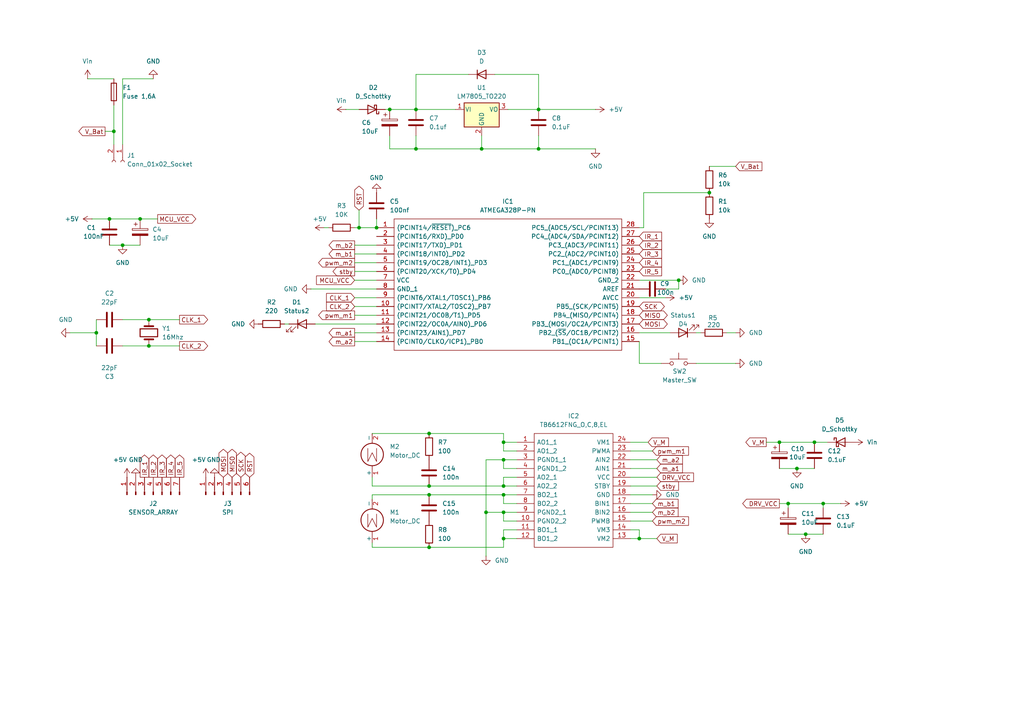
<source format=kicad_sch>
(kicad_sch (version 20231120) (generator "eeschema") (generator_version "8.0")
  (paper "A4")
  (lib_symbols
    (symbol "ATMEGA328P-PN:ATMEGA328P-PN" (pin_names (offset 0.762))
      (property "Reference" "IC" (at 72.39 7.62 0))
      (property "Value" "ATMEGA328P-PN" (at 72.39 5.08 0))
      (symbol "ATMEGA328P-PN_0_0"
        (pin passive line (at 0 0 0) (length 5.08) (name "(PCINT14/~{RESET})_PC6") (number "1"))
        (pin passive line (at 0 -22.86 0) (length 5.08) (name "(PCINT7/XTAL2/TOSC2)_PB7") (number "10"))
        (pin passive line (at 0 -25.4 0) (length 5.08) (name "(PCINT21/OC0B/T1)_PD5") (number "11"))
        (pin passive line (at 0 -27.94 0) (length 5.08) (name "(PCINT22/OC0A/AIN0)_PD6") (number "12"))
        (pin passive line (at 0 -30.48 0) (length 5.08) (name "(PCINT23/AIN1)_PD7") (number "13"))
        (pin passive line (at 0 -33.02 0) (length 5.08) (name "(PCINT0/CLKO/ICP1)_PB0") (number "14"))
        (pin passive line (at 76.2 -33.02 180) (length 5.08) (name "PB1_(OC1A/PCINT1)") (number "15"))
        (pin passive line (at 76.2 -30.48 180) (length 5.08) (name "PB2_(~{SS}/OC1B/PCINT2)") (number "16"))
        (pin passive line (at 76.2 -27.94 180) (length 5.08) (name "PB3_(MOSI/OC2A/PCINT3)") (number "17"))
        (pin passive line (at 76.2 -25.4 180) (length 5.08) (name "PB4_(MISO/PCINT4)") (number "18"))
        (pin passive line (at 76.2 -22.86 180) (length 5.08) (name "PB5_(SCK/PCINT5)") (number "19"))
        (pin passive line (at 0 -2.54 0) (length 5.08) (name "(PCINT16/RXD)_PD0") (number "2"))
        (pin passive line (at 76.2 -20.32 180) (length 5.08) (name "AVCC") (number "20"))
        (pin passive line (at 76.2 -17.78 180) (length 5.08) (name "AREF") (number "21"))
        (pin passive line (at 76.2 -15.24 180) (length 5.08) (name "GND_2") (number "22"))
        (pin passive line (at 76.2 -12.7 180) (length 5.08) (name "PC0_(ADC0/PCINT8)") (number "23"))
        (pin passive line (at 76.2 -10.16 180) (length 5.08) (name "PC1_(ADC1/PCINT9)") (number "24"))
        (pin passive line (at 76.2 -7.62 180) (length 5.08) (name "PC2_(ADC2/PCINT10)") (number "25"))
        (pin passive line (at 76.2 -5.08 180) (length 5.08) (name "PC3_(ADC3/PCINT11)") (number "26"))
        (pin passive line (at 76.2 -2.54 180) (length 5.08) (name "PC4_(ADC4/SDA/PCINT12)") (number "27"))
        (pin passive line (at 76.2 0 180) (length 5.08) (name "PC5_(ADC5/SCL/PCINT13)") (number "28"))
        (pin passive line (at 0 -5.08 0) (length 5.08) (name "(PCINT17/TXD)_PD1") (number "3"))
        (pin passive line (at 0 -7.62 0) (length 5.08) (name "(PCINT18/INT0)_PD2") (number "4"))
        (pin passive line (at 0 -10.16 0) (length 5.08) (name "(PCINT19/OC2B/INT1)_PD3") (number "5"))
        (pin passive line (at 0 -12.7 0) (length 5.08) (name "(PCINT20/XCK/T0)_PD4") (number "6"))
        (pin passive line (at 0 -15.24 0) (length 5.08) (name "VCC") (number "7"))
        (pin passive line (at 0 -17.78 0) (length 5.08) (name "GND_1") (number "8"))
        (pin passive line (at 0 -20.32 0) (length 5.08) (name "(PCINT6/XTAL1/TOSC1)_PB6") (number "9"))
      )
      (symbol "ATMEGA328P-PN_0_1"
        (polyline (pts (xy 5.08 2.54) (xy 71.12 2.54) (xy 71.12 -35.56) (xy 5.08 -35.56) (xy 5.08 2.54)) (stroke (width 0.1524)))
      )
    )
    (symbol "Connector:Conn_01x02_Socket" (pin_names (offset 1.016) hide)
      (property "Reference" "J" (at 0 2.54 0))
      (property "Value" "Conn_01x02_Socket" (at 0 -5.08 0))
      (symbol "Conn_01x02_Socket_1_1"
        (arc (start 0 -2.032) (mid -0.5058 -2.54) (end 0 -3.048) (stroke (width 0.1524)))
        (polyline (pts (xy -1.27 -2.54) (xy -0.508 -2.54)) (stroke (width 0.1524)))
        (polyline (pts (xy -1.27 0) (xy -0.508 0)) (stroke (width 0.1524)))
        (arc (start 0 0.508) (mid -0.5058 0) (end 0 -0.508) (stroke (width 0.1524)))
        (pin passive line (at -5.08 0 0) (length 3.81) (name "Pin_1") (number "1"))
        (pin passive line (at -5.08 -2.54 0) (length 3.81) (name "Pin_2") (number "2"))
      )
    )
    (symbol "Connector:Conn_01x06_Pin" (pin_names (offset 1.016) hide)
      (property "Reference" "J" (at 0 7.62 0))
      (property "Value" "Conn_01x06_Pin" (at 0 -10.16 0))
      (symbol "Conn_01x06_Pin_1_1"
        (polyline (pts (xy 1.27 -7.62) (xy 0.8636 -7.62)) (stroke (width 0.1524)))
        (polyline (pts (xy 1.27 -5.08) (xy 0.8636 -5.08)) (stroke (width 0.1524)))
        (polyline (pts (xy 1.27 -2.54) (xy 0.8636 -2.54)) (stroke (width 0.1524)))
        (polyline (pts (xy 1.27 0) (xy 0.8636 0)) (stroke (width 0.1524)))
        (polyline (pts (xy 1.27 2.54) (xy 0.8636 2.54)) (stroke (width 0.1524)))
        (polyline (pts (xy 1.27 5.08) (xy 0.8636 5.08)) (stroke (width 0.1524)))
        (rectangle (start 0.8636 -7.493) (end 0 -7.747) (stroke (width 0.1524)) (fill (type outline)))
        (rectangle (start 0.8636 -4.953) (end 0 -5.207) (stroke (width 0.1524)) (fill (type outline)))
        (rectangle (start 0.8636 -2.413) (end 0 -2.667) (stroke (width 0.1524)) (fill (type outline)))
        (rectangle (start 0.8636 0.127) (end 0 -0.127) (stroke (width 0.1524)) (fill (type outline)))
        (rectangle (start 0.8636 2.667) (end 0 2.413) (stroke (width 0.1524)) (fill (type outline)))
        (rectangle (start 0.8636 5.207) (end 0 4.953) (stroke (width 0.1524)) (fill (type outline)))
        (pin passive line (at 5.08 5.08 180) (length 3.81) (name "Pin_1") (number "1"))
        (pin passive line (at 5.08 2.54 180) (length 3.81) (name "Pin_2") (number "2"))
        (pin passive line (at 5.08 0 180) (length 3.81) (name "Pin_3") (number "3"))
        (pin passive line (at 5.08 -2.54 180) (length 3.81) (name "Pin_4") (number "4"))
        (pin passive line (at 5.08 -5.08 180) (length 3.81) (name "Pin_5") (number "5"))
        (pin passive line (at 5.08 -7.62 180) (length 3.81) (name "Pin_6") (number "6"))
      )
    )
    (symbol "Connector:Conn_01x07_Pin" (pin_names (offset 1.016) hide)
      (property "Reference" "J" (at 0 10.16 0))
      (property "Value" "Conn_01x07_Pin" (at 0 -10.16 0))
      (symbol "Conn_01x07_Pin_1_1"
        (polyline (pts (xy 1.27 -7.62) (xy 0.8636 -7.62)) (stroke (width 0.1524)))
        (polyline (pts (xy 1.27 -5.08) (xy 0.8636 -5.08)) (stroke (width 0.1524)))
        (polyline (pts (xy 1.27 -2.54) (xy 0.8636 -2.54)) (stroke (width 0.1524)))
        (polyline (pts (xy 1.27 0) (xy 0.8636 0)) (stroke (width 0.1524)))
        (polyline (pts (xy 1.27 2.54) (xy 0.8636 2.54)) (stroke (width 0.1524)))
        (polyline (pts (xy 1.27 5.08) (xy 0.8636 5.08)) (stroke (width 0.1524)))
        (polyline (pts (xy 1.27 7.62) (xy 0.8636 7.62)) (stroke (width 0.1524)))
        (rectangle (start 0.8636 -7.493) (end 0 -7.747) (stroke (width 0.1524)) (fill (type outline)))
        (rectangle (start 0.8636 -4.953) (end 0 -5.207) (stroke (width 0.1524)) (fill (type outline)))
        (rectangle (start 0.8636 -2.413) (end 0 -2.667) (stroke (width 0.1524)) (fill (type outline)))
        (rectangle (start 0.8636 0.127) (end 0 -0.127) (stroke (width 0.1524)) (fill (type outline)))
        (rectangle (start 0.8636 2.667) (end 0 2.413) (stroke (width 0.1524)) (fill (type outline)))
        (rectangle (start 0.8636 5.207) (end 0 4.953) (stroke (width 0.1524)) (fill (type outline)))
        (rectangle (start 0.8636 7.747) (end 0 7.493) (stroke (width 0.1524)) (fill (type outline)))
        (pin passive line (at 5.08 7.62 180) (length 3.81) (name "Pin_1") (number "1"))
        (pin passive line (at 5.08 5.08 180) (length 3.81) (name "Pin_2") (number "2"))
        (pin passive line (at 5.08 2.54 180) (length 3.81) (name "Pin_3") (number "3"))
        (pin passive line (at 5.08 0 180) (length 3.81) (name "Pin_4") (number "4"))
        (pin passive line (at 5.08 -2.54 180) (length 3.81) (name "Pin_5") (number "5"))
        (pin passive line (at 5.08 -5.08 180) (length 3.81) (name "Pin_6") (number "6"))
        (pin passive line (at 5.08 -7.62 180) (length 3.81) (name "Pin_7") (number "7"))
      )
    )
    (symbol "Device:C" (pin_numbers hide) (pin_names (offset 0.254))
      (property "Reference" "C" (at 0.635 2.54 0))
      (property "Value" "C" (at 0.635 -2.54 0))
      (symbol "C_0_1"
        (polyline (pts (xy -2.032 -0.762) (xy 2.032 -0.762)) (stroke (width 0.508)))
        (polyline (pts (xy -2.032 0.762) (xy 2.032 0.762)) (stroke (width 0.508)))
      )
      (symbol "C_1_1"
        (pin passive line (at 0 3.81 270) (length 2.794) (name "~") (number "1"))
        (pin passive line (at 0 -3.81 90) (length 2.794) (name "~") (number "2"))
      )
    )
    (symbol "Device:C_Polarized" (pin_numbers hide) (pin_names (offset 0.254))
      (property "Reference" "C" (at 0.635 2.54 0))
      (property "Value" "C_Polarized" (at 0.635 -2.54 0))
      (symbol "C_Polarized_0_1"
        (rectangle (start -2.286 0.508) (end 2.286 1.016))
        (polyline (pts (xy -1.778 2.286) (xy -0.762 2.286)))
        (polyline (pts (xy -1.27 2.794) (xy -1.27 1.778)))
        (rectangle (start 2.286 -0.508) (end -2.286 -1.016) (fill (type outline)))
      )
      (symbol "C_Polarized_1_1"
        (pin passive line (at 0 3.81 270) (length 2.794) (name "~") (number "1"))
        (pin passive line (at 0 -3.81 90) (length 2.794) (name "~") (number "2"))
      )
    )
    (symbol "Device:Crystal" (pin_numbers hide) (pin_names (offset 1.016) hide)
      (property "Reference" "Y" (at 0 3.81 0))
      (property "Value" "Crystal" (at 0 -3.81 0))
      (symbol "Crystal_0_1"
        (rectangle (start -1.143 2.54) (end 1.143 -2.54) (stroke (width 0.3048)))
        (polyline (pts (xy -2.54 0) (xy -1.905 0)))
        (polyline (pts (xy -1.905 -1.27) (xy -1.905 1.27)) (stroke (width 0.508)))
        (polyline (pts (xy 1.905 -1.27) (xy 1.905 1.27)) (stroke (width 0.508)))
        (polyline (pts (xy 2.54 0) (xy 1.905 0)))
      )
      (symbol "Crystal_1_1"
        (pin passive line (at -3.81 0 0) (length 1.27) (name "1") (number "1"))
        (pin passive line (at 3.81 0 180) (length 1.27) (name "2") (number "2"))
      )
    )
    (symbol "Device:D" (pin_numbers hide) (pin_names (offset 1.016) hide)
      (property "Reference" "D" (at 0 2.54 0))
      (property "Value" "D" (at 0 -2.54 0))
      (symbol "D_0_1"
        (polyline (pts (xy -1.27 1.27) (xy -1.27 -1.27)) (stroke (width 0.254)))
        (polyline (pts (xy 1.27 0) (xy -1.27 0)))
        (polyline (pts (xy 1.27 1.27) (xy 1.27 -1.27) (xy -1.27 0) (xy 1.27 1.27)) (stroke (width 0.254)))
      )
      (symbol "D_1_1"
        (pin passive line (at -3.81 0 0) (length 2.54) (name "K") (number "1"))
        (pin passive line (at 3.81 0 180) (length 2.54) (name "A") (number "2"))
      )
    )
    (symbol "Device:D_Schottky" (pin_numbers hide) (pin_names (offset 1.016) hide)
      (property "Reference" "D" (at 0 2.54 0))
      (property "Value" "D_Schottky" (at 0 -2.54 0))
      (symbol "D_Schottky_0_1"
        (polyline (pts (xy 1.27 0) (xy -1.27 0)))
        (polyline (pts (xy 1.27 1.27) (xy 1.27 -1.27) (xy -1.27 0) (xy 1.27 1.27)) (stroke (width 0.254)))
        (polyline (pts (xy -1.905 0.635) (xy -1.905 1.27) (xy -1.27 1.27) (xy -1.27 -1.27) (xy -0.635 -1.27) (xy -0.635 -0.635)) (stroke (width 0.254)))
      )
      (symbol "D_Schottky_1_1"
        (pin passive line (at -3.81 0 0) (length 2.54) (name "K") (number "1"))
        (pin passive line (at 3.81 0 180) (length 2.54) (name "A") (number "2"))
      )
    )
    (symbol "Device:Fuse" (pin_numbers hide) (pin_names (offset 0))
      (property "Reference" "F" (at 2.032 0 90))
      (property "Value" "Fuse" (at -1.905 0 90))
      (symbol "Fuse_0_1"
        (rectangle (start -0.762 -2.54) (end 0.762 2.54) (stroke (width 0.254)))
        (polyline (pts (xy 0 2.54) (xy 0 -2.54)))
      )
      (symbol "Fuse_1_1"
        (pin passive line (at 0 3.81 270) (length 1.27) (name "~") (number "1"))
        (pin passive line (at 0 -3.81 90) (length 1.27) (name "~") (number "2"))
      )
    )
    (symbol "Device:LED" (pin_numbers hide) (pin_names (offset 1.016) hide)
      (property "Reference" "D" (at 0 2.54 0))
      (property "Value" "LED" (at 0 -2.54 0))
      (symbol "LED_0_1"
        (polyline (pts (xy -1.27 -1.27) (xy -1.27 1.27)) (stroke (width 0.254)))
        (polyline (pts (xy -1.27 0) (xy 1.27 0)))
        (polyline (pts (xy 1.27 -1.27) (xy 1.27 1.27) (xy -1.27 0) (xy 1.27 -1.27)) (stroke (width 0.254)))
        (polyline (pts (xy -3.048 -0.762) (xy -4.572 -2.286) (xy -3.81 -2.286) (xy -4.572 -2.286) (xy -4.572 -1.524)))
        (polyline (pts (xy -1.778 -0.762) (xy -3.302 -2.286) (xy -2.54 -2.286) (xy -3.302 -2.286) (xy -3.302 -1.524)))
      )
      (symbol "LED_1_1"
        (pin passive line (at -3.81 0 0) (length 2.54) (name "K") (number "1"))
        (pin passive line (at 3.81 0 180) (length 2.54) (name "A") (number "2"))
      )
    )
    (symbol "Device:R" (pin_numbers hide) (pin_names (offset 0))
      (property "Reference" "R" (at 2.032 0 90))
      (property "Value" "R" (at 0 0 90))
      (symbol "R_0_1"
        (rectangle (start -1.016 -2.54) (end 1.016 2.54) (stroke (width 0.254)))
      )
      (symbol "R_1_1"
        (pin passive line (at 0 3.81 270) (length 1.27) (name "~") (number "1"))
        (pin passive line (at 0 -3.81 90) (length 1.27) (name "~") (number "2"))
      )
    )
    (symbol "Motor:Motor_DC" (pin_names (offset 0))
      (property "Reference" "M" (at 2.54 2.54 0))
      (property "Value" "Motor_DC" (at 2.54 -5.08 0))
      (symbol "Motor_DC_0_0"
        (polyline (pts (xy -1.27 -3.302) (xy -1.27 0.508) (xy 0 -2.032) (xy 1.27 0.508) (xy 1.27 -3.302)))
      )
      (symbol "Motor_DC_0_1"
        (circle (center 0 -1.524) (radius 3.2512) (stroke (width 0.254)))
        (polyline (pts (xy 0 -7.62) (xy 0 -7.112)))
        (polyline (pts (xy 0 -4.7752) (xy 0 -5.1816)))
        (polyline (pts (xy 0 1.7272) (xy 0 2.0828)))
        (polyline (pts (xy 0 2.032) (xy 0 2.54)))
      )
      (symbol "Motor_DC_1_1"
        (pin passive line (at 0 5.08 270) (length 2.54) (name "+") (number "1"))
        (pin passive line (at 0 -7.62 90) (length 2.54) (name "-") (number "2"))
      )
    )
    (symbol "Regulator_Linear:LM7805_TO220" (pin_names (offset 0.254))
      (property "Reference" "U" (at -3.81 3.175 0))
      (property "Value" "LM7805_TO220" (at 0 3.175 0))
      (symbol "LM7805_TO220_0_1"
        (rectangle (start -5.08 1.905) (end 5.08 -5.08) (stroke (width 0.254)) (fill (type background)))
      )
      (symbol "LM7805_TO220_1_1"
        (pin power_in line (at -7.62 0 0) (length 2.54) (name "VI") (number "1"))
        (pin power_in line (at 0 -7.62 90) (length 2.54) (name "GND") (number "2"))
        (pin power_out line (at 7.62 0 180) (length 2.54) (name "VO") (number "3"))
      )
    )
    (symbol "Switch:SW_Omron_B3FS" (pin_numbers hide) (pin_names (offset 1.016) hide)
      (property "Reference" "SW" (at 1.27 2.54 0))
      (property "Value" "SW_Omron_B3FS" (at 0 -1.524 0))
      (symbol "SW_Omron_B3FS_0_1"
        (circle (center -2.032 0) (radius 0.508))
        (polyline (pts (xy 0 1.27) (xy 0 3.048)))
        (polyline (pts (xy 2.54 1.27) (xy -2.54 1.27)))
        (circle (center 2.032 0) (radius 0.508))
        (pin passive line (at -5.08 0 0) (length 2.54) (name "1") (number "1"))
        (pin passive line (at 5.08 0 180) (length 2.54) (name "2") (number "2"))
      )
    )
    (symbol "TB6612FNG_O_C_8_EL:TB6612FNG_O,C,8,EL" (pin_names (offset 0.762))
      (property "Reference" "IC" (at 29.21 7.62 0))
      (property "Value" "TB6612FNG_O,C,8,EL" (at 29.21 5.08 0))
      (symbol "TB6612FNG_O,C,8,EL_0_0"
        (pin passive line (at 0 0 0) (length 5.08) (name "AO1_1") (number "1"))
        (pin passive line (at 0 -22.86 0) (length 5.08) (name "PGND2_2") (number "10"))
        (pin passive line (at 0 -25.4 0) (length 5.08) (name "BO1_1") (number "11"))
        (pin passive line (at 0 -27.94 0) (length 5.08) (name "BO1_2") (number "12"))
        (pin passive line (at 33.02 -27.94 180) (length 5.08) (name "VM2") (number "13"))
        (pin passive line (at 33.02 -25.4 180) (length 5.08) (name "VM3") (number "14"))
        (pin passive line (at 33.02 -22.86 180) (length 5.08) (name "PWMB") (number "15"))
        (pin passive line (at 33.02 -20.32 180) (length 5.08) (name "BIN2") (number "16"))
        (pin passive line (at 33.02 -17.78 180) (length 5.08) (name "BIN1") (number "17"))
        (pin passive line (at 33.02 -15.24 180) (length 5.08) (name "GND") (number "18"))
        (pin passive line (at 33.02 -12.7 180) (length 5.08) (name "STBY") (number "19"))
        (pin passive line (at 0 -2.54 0) (length 5.08) (name "AO1_2") (number "2"))
        (pin passive line (at 33.02 -10.16 180) (length 5.08) (name "VCC") (number "20"))
        (pin passive line (at 33.02 -7.62 180) (length 5.08) (name "AIN1") (number "21"))
        (pin passive line (at 33.02 -5.08 180) (length 5.08) (name "AIN2") (number "22"))
        (pin passive line (at 33.02 -2.54 180) (length 5.08) (name "PWMA") (number "23"))
        (pin passive line (at 33.02 0 180) (length 5.08) (name "VM1") (number "24"))
        (pin passive line (at 0 -5.08 0) (length 5.08) (name "PGND1_1") (number "3"))
        (pin passive line (at 0 -7.62 0) (length 5.08) (name "PGND1_2") (number "4"))
        (pin passive line (at 0 -10.16 0) (length 5.08) (name "AO2_1") (number "5"))
        (pin passive line (at 0 -12.7 0) (length 5.08) (name "AO2_2") (number "6"))
        (pin passive line (at 0 -15.24 0) (length 5.08) (name "BO2_1") (number "7"))
        (pin passive line (at 0 -17.78 0) (length 5.08) (name "BO2_2") (number "8"))
        (pin passive line (at 0 -20.32 0) (length 5.08) (name "PGND2_1") (number "9"))
      )
      (symbol "TB6612FNG_O,C,8,EL_0_1"
        (polyline (pts (xy 5.08 2.54) (xy 27.94 2.54) (xy 27.94 -30.48) (xy 5.08 -30.48) (xy 5.08 2.54)) (stroke (width 0.1524)))
      )
    )
    (symbol "power:+12V" (power) (pin_numbers hide) (pin_names (offset 0) hide)
      (property "Value" "+12V" (at 0 3.556 0))
      (symbol "+12V_0_1"
        (polyline (pts (xy -0.762 1.27) (xy 0 2.54)))
        (polyline (pts (xy 0 0) (xy 0 2.54)))
        (polyline (pts (xy 0 2.54) (xy 0.762 1.27)))
      )
      (symbol "+12V_1_1"
        (pin power_in line (at 0 0 90) (length 0) (name "~") (number "1"))
      )
    )
    (symbol "power:+5V" (power) (pin_numbers hide) (pin_names (offset 0) hide)
      (property "Value" "+5V" (at 0 3.556 0))
      (symbol "+5V_0_1"
        (polyline (pts (xy -0.762 1.27) (xy 0 2.54)))
        (polyline (pts (xy 0 0) (xy 0 2.54)))
        (polyline (pts (xy 0 2.54) (xy 0.762 1.27)))
      )
      (symbol "+5V_1_1"
        (pin power_in line (at 0 0 90) (length 0) (name "~") (number "1"))
      )
    )
    (symbol "power:GND" (power) (pin_numbers hide) (pin_names (offset 0) hide)
      (property "Value" "GND" (at 0 -3.81 0))
      (symbol "GND_0_1"
        (polyline (pts (xy 0 0) (xy 0 -1.27) (xy 1.27 -1.27) (xy 0 -2.54) (xy -1.27 -1.27) (xy 0 -1.27)))
      )
      (symbol "GND_1_1"
        (pin power_in line (at 0 0 270) (length 0) (name "~") (number "1"))
      )
    )
  )
  (junction (at 146.05 140.97))
  (junction (at 205.74 55.88))
  (junction (at 146.05 156.21))
  (junction (at 104.14 66.04))
  (junction (at 231.14 135.89))
  (junction (at 124.46 125.73))
  (junction (at 43.18 92.71))
  (junction (at 35.56 71.12))
  (junction (at 146.05 148.59))
  (junction (at 140.97 148.59))
  (junction (at 120.65 31.75))
  (junction (at 40.64 63.5))
  (junction (at 113.03 31.75))
  (junction (at 185.42 156.21))
  (junction (at 156.21 31.75))
  (junction (at 228.6 146.05))
  (junction (at 120.65 43.18))
  (junction (at 236.22 128.27))
  (junction (at 233.68 154.94))
  (junction (at 226.06 128.27))
  (junction (at 238.76 146.05))
  (junction (at 27.94 96.52))
  (junction (at 146.05 143.51))
  (junction (at 109.22 66.04))
  (junction (at 146.05 133.35))
  (junction (at 124.46 143.51))
  (junction (at 156.21 43.18))
  (junction (at 146.05 128.27))
  (junction (at 43.18 100.33))
  (junction (at 31.75 63.5))
  (junction (at 196.85 81.28))
  (junction (at 139.7 43.18))
  (junction (at 124.46 158.75))
  (junction (at 124.46 140.97))
  (junction (at 33.02 38.1))
  (wire (pts (xy 186.69 66.04) (xy 186.69 55.88)))
  (wire (pts (xy 146.05 143.51) (xy 146.05 146.05)))
  (wire (pts (xy 43.18 100.33) (xy 52.07 100.33)))
  (wire (pts (xy 146.05 138.43) (xy 146.05 140.97)))
  (wire (pts (xy 185.42 105.41) (xy 185.42 99.06)))
  (wire (pts (xy 35.56 100.33) (xy 43.18 100.33)))
  (wire (pts (xy 143.51 21.59) (xy 156.21 21.59)))
  (wire (pts (xy 149.86 135.89) (xy 146.05 135.89)))
  (wire (pts (xy 102.87 66.04) (xy 104.14 66.04)))
  (wire (pts (xy 31.75 63.5) (xy 40.64 63.5)))
  (wire (pts (xy 156.21 21.59) (xy 156.21 31.75)))
  (wire (pts (xy 107.95 143.51) (xy 124.46 143.51)))
  (wire (pts (xy 35.56 22.86) (xy 44.45 22.86)))
  (wire (pts (xy 182.88 153.67) (xy 185.42 153.67)))
  (wire (pts (xy 226.06 146.05) (xy 228.6 146.05)))
  (wire (pts (xy 102.87 99.06) (xy 109.22 99.06)))
  (wire (pts (xy 26.67 63.5) (xy 31.75 63.5)))
  (wire (pts (xy 182.88 148.59) (xy 189.23 148.59)))
  (wire (pts (xy 82.55 93.98) (xy 83.82 93.98)))
  (wire (pts (xy 238.76 146.05) (xy 243.84 146.05)))
  (wire (pts (xy 124.46 125.73) (xy 146.05 125.73)))
  (wire (pts (xy 231.14 135.89) (xy 236.22 135.89)))
  (wire (pts (xy 109.22 81.28) (xy 102.87 81.28)))
  (wire (pts (xy 146.05 130.81) (xy 149.86 130.81)))
  (wire (pts (xy 156.21 39.37) (xy 156.21 43.18)))
  (wire (pts (xy 205.74 48.26) (xy 213.36 48.26)))
  (wire (pts (xy 27.94 92.71) (xy 27.94 96.52)))
  (wire (pts (xy 182.88 146.05) (xy 189.23 146.05)))
  (wire (pts (xy 222.25 128.27) (xy 226.06 128.27)))
  (wire (pts (xy 228.6 146.05) (xy 238.76 146.05)))
  (wire (pts (xy 140.97 133.35) (xy 146.05 133.35)))
  (wire (pts (xy 33.02 30.48) (xy 33.02 38.1)))
  (wire (pts (xy 20.32 96.52) (xy 27.94 96.52)))
  (wire (pts (xy 146.05 133.35) (xy 149.86 133.35)))
  (wire (pts (xy 35.56 92.71) (xy 43.18 92.71)))
  (wire (pts (xy 107.95 140.97) (xy 107.95 138.43)))
  (wire (pts (xy 107.95 158.75) (xy 107.95 157.48)))
  (wire (pts (xy 146.05 158.75) (xy 146.05 156.21)))
  (wire (pts (xy 147.32 31.75) (xy 156.21 31.75)))
  (wire (pts (xy 146.05 151.13) (xy 146.05 148.59)))
  (wire (pts (xy 182.88 156.21) (xy 185.42 156.21)))
  (wire (pts (xy 139.7 43.18) (xy 156.21 43.18)))
  (wire (pts (xy 40.64 63.5) (xy 45.72 63.5)))
  (wire (pts (xy 104.14 60.96) (xy 104.14 66.04)))
  (wire (pts (xy 228.6 154.94) (xy 233.68 154.94)))
  (wire (pts (xy 120.65 39.37) (xy 120.65 43.18)))
  (wire (pts (xy 182.88 151.13) (xy 189.23 151.13)))
  (wire (pts (xy 149.86 153.67) (xy 146.05 153.67)))
  (wire (pts (xy 156.21 43.18) (xy 172.72 43.18)))
  (wire (pts (xy 102.87 96.52) (xy 109.22 96.52)))
  (wire (pts (xy 182.88 128.27) (xy 187.96 128.27)))
  (wire (pts (xy 156.21 31.75) (xy 172.72 31.75)))
  (wire (pts (xy 146.05 128.27) (xy 146.05 130.81)))
  (wire (pts (xy 43.18 92.71) (xy 52.07 92.71)))
  (wire (pts (xy 203.2 96.52) (xy 201.93 96.52)))
  (wire (pts (xy 182.88 138.43) (xy 190.5 138.43)))
  (wire (pts (xy 140.97 148.59) (xy 140.97 161.29)))
  (wire (pts (xy 104.14 66.04) (xy 109.22 66.04)))
  (wire (pts (xy 149.86 138.43) (xy 146.05 138.43)))
  (wire (pts (xy 91.44 93.98) (xy 109.22 93.98)))
  (wire (pts (xy 100.33 31.75) (xy 104.14 31.75)))
  (wire (pts (xy 185.42 66.04) (xy 186.69 66.04)))
  (wire (pts (xy 25.4 22.86) (xy 33.02 22.86)))
  (wire (pts (xy 233.68 154.94) (xy 238.76 154.94)))
  (wire (pts (xy 146.05 140.97) (xy 149.86 140.97)))
  (wire (pts (xy 113.03 43.18) (xy 120.65 43.18)))
  (wire (pts (xy 113.03 31.75) (xy 120.65 31.75)))
  (wire (pts (xy 140.97 133.35) (xy 140.97 148.59)))
  (wire (pts (xy 185.42 81.28) (xy 196.85 81.28)))
  (wire (pts (xy 113.03 39.37) (xy 113.03 43.18)))
  (wire (pts (xy 102.87 86.36) (xy 109.22 86.36)))
  (wire (pts (xy 182.88 140.97) (xy 190.5 140.97)))
  (wire (pts (xy 124.46 140.97) (xy 146.05 140.97)))
  (wire (pts (xy 102.87 88.9) (xy 109.22 88.9)))
  (wire (pts (xy 182.88 143.51) (xy 189.23 143.51)))
  (wire (pts (xy 236.22 128.27) (xy 226.06 128.27)))
  (wire (pts (xy 210.82 96.52) (xy 213.36 96.52)))
  (wire (pts (xy 240.03 128.27) (xy 236.22 128.27)))
  (wire (pts (xy 196.85 83.82) (xy 196.85 81.28)))
  (wire (pts (xy 31.75 71.12) (xy 35.56 71.12)))
  (wire (pts (xy 102.87 73.66) (xy 109.22 73.66)))
  (wire (pts (xy 33.02 38.1) (xy 33.02 41.91)))
  (wire (pts (xy 228.6 147.32) (xy 228.6 146.05)))
  (wire (pts (xy 193.04 83.82) (xy 196.85 83.82)))
  (wire (pts (xy 185.42 156.21) (xy 190.5 156.21)))
  (wire (pts (xy 226.06 135.89) (xy 231.14 135.89)))
  (wire (pts (xy 193.04 86.36) (xy 185.42 86.36)))
  (wire (pts (xy 146.05 135.89) (xy 146.05 133.35)))
  (wire (pts (xy 107.95 125.73) (xy 124.46 125.73)))
  (wire (pts (xy 107.95 140.97) (xy 124.46 140.97)))
  (wire (pts (xy 120.65 21.59) (xy 120.65 31.75)))
  (wire (pts (xy 149.86 128.27) (xy 146.05 128.27)))
  (wire (pts (xy 35.56 22.86) (xy 35.56 41.91)))
  (wire (pts (xy 120.65 31.75) (xy 132.08 31.75)))
  (wire (pts (xy 107.95 158.75) (xy 124.46 158.75)))
  (wire (pts (xy 135.89 21.59) (xy 120.65 21.59)))
  (wire (pts (xy 124.46 158.75) (xy 146.05 158.75)))
  (wire (pts (xy 102.87 71.12) (xy 109.22 71.12)))
  (wire (pts (xy 102.87 91.44) (xy 109.22 91.44)))
  (wire (pts (xy 124.46 143.51) (xy 146.05 143.51)))
  (wire (pts (xy 149.86 151.13) (xy 146.05 151.13)))
  (wire (pts (xy 182.88 133.35) (xy 190.5 133.35)))
  (wire (pts (xy 90.17 83.82) (xy 109.22 83.82)))
  (wire (pts (xy 107.95 143.51) (xy 107.95 144.78)))
  (wire (pts (xy 27.94 96.52) (xy 27.94 100.33)))
  (wire (pts (xy 139.7 39.37) (xy 139.7 43.18)))
  (wire (pts (xy 185.42 153.67) (xy 185.42 156.21)))
  (wire (pts (xy 182.88 130.81) (xy 189.23 130.81)))
  (wire (pts (xy 109.22 63.5) (xy 109.22 66.04)))
  (wire (pts (xy 146.05 125.73) (xy 146.05 128.27)))
  (wire (pts (xy 111.76 31.75) (xy 113.03 31.75)))
  (wire (pts (xy 238.76 147.32) (xy 238.76 146.05)))
  (wire (pts (xy 120.65 43.18) (xy 139.7 43.18)))
  (wire (pts (xy 146.05 153.67) (xy 146.05 156.21)))
  (wire (pts (xy 102.87 76.2) (xy 109.22 76.2)))
  (wire (pts (xy 182.88 135.89) (xy 190.5 135.89)))
  (wire (pts (xy 146.05 148.59) (xy 149.86 148.59)))
  (wire (pts (xy 185.42 96.52) (xy 194.31 96.52)))
  (wire (pts (xy 35.56 71.12) (xy 40.64 71.12)))
  (wire (pts (xy 140.97 148.59) (xy 146.05 148.59)))
  (wire (pts (xy 146.05 146.05) (xy 149.86 146.05)))
  (wire (pts (xy 185.42 105.41) (xy 191.77 105.41)))
  (wire (pts (xy 201.93 105.41) (xy 213.36 105.41)))
  (wire (pts (xy 93.98 66.04) (xy 95.25 66.04)))
  (wire (pts (xy 102.87 78.74) (xy 109.22 78.74)))
  (wire (pts (xy 30.48 38.1) (xy 33.02 38.1)))
  (wire (pts (xy 186.69 55.88) (xy 205.74 55.88)))
  (wire (pts (xy 146.05 156.21) (xy 149.86 156.21)))
  (wire (pts (xy 149.86 143.51) (xy 146.05 143.51)))
  (global_label "MCU_VCC" (shape input) (at 102.87 81.28 180) (property "Intersheetrefs" "${INTERSHEET_REFS}" (effects (hide yes))))
  (global_label "DRV_VCC" (shape output) (at 226.06 146.05 180) (property "Intersheetrefs" "${INTERSHEET_REFS}" (effects (hide yes))))
  (global_label "DRV_VCC" (shape input) (at 190.5 138.43 0) (property "Intersheetrefs" "${INTERSHEET_REFS}" (effects (hide yes))))
  (global_label "pwm_m1" (shape input) (at 189.23 130.81 0) (property "Intersheetrefs" "${INTERSHEET_REFS}" (effects (hide yes))))
  (global_label "m_a1" (shape input) (at 190.5 135.89 0) (property "Intersheetrefs" "${INTERSHEET_REFS}" (effects (hide yes))))
  (global_label "IR_2" (shape output) (at 44.45 138.43 90) (property "Intersheetrefs" "${INTERSHEET_REFS}" (effects (hide yes))))
  (global_label "IR_5" (shape output) (at 52.07 138.43 90) (property "Intersheetrefs" "${INTERSHEET_REFS}" (effects (hide yes))))
  (global_label "m_b2" (shape output) (at 102.87 71.12 180) (property "Intersheetrefs" "${INTERSHEET_REFS}" (effects (hide yes))))
  (global_label "pwm_m1" (shape output) (at 102.87 91.44 180) (property "Intersheetrefs" "${INTERSHEET_REFS}" (effects (hide yes))))
  (global_label "V_M" (shape output) (at 222.25 128.27 180) (property "Intersheetrefs" "${INTERSHEET_REFS}" (effects (hide yes))))
  (global_label "m_a1" (shape output) (at 102.87 96.52 180) (property "Intersheetrefs" "${INTERSHEET_REFS}" (effects (hide yes))))
  (global_label "RST" (shape bidirectional) (at 104.14 60.96 90) (property "Intersheetrefs" "${INTERSHEET_REFS}" (effects (hide yes))))
  (global_label "SCK" (shape bidirectional) (at 69.85 138.43 90) (property "Intersheetrefs" "${INTERSHEET_REFS}" (effects (hide yes))))
  (global_label "V_Bat" (shape input) (at 213.36 48.26 0) (property "Intersheetrefs" "${INTERSHEET_REFS}" (effects (hide yes))))
  (global_label "CLK_1" (shape output) (at 52.07 92.71 0) (property "Intersheetrefs" "${INTERSHEET_REFS}" (effects (hide yes))))
  (global_label "CLK_2" (shape input) (at 102.87 88.9 180) (property "Intersheetrefs" "${INTERSHEET_REFS}" (effects (hide yes))))
  (global_label "SCK" (shape bidirectional) (at 185.42 88.9 0) (property "Intersheetrefs" "${INTERSHEET_REFS}" (effects (hide yes))))
  (global_label "IR_4" (shape input) (at 185.42 76.2 0) (property "Intersheetrefs" "${INTERSHEET_REFS}" (effects (hide yes))))
  (global_label "m_b2" (shape input) (at 189.23 148.59 0) (property "Intersheetrefs" "${INTERSHEET_REFS}" (effects (hide yes))))
  (global_label "MOSI" (shape bidirectional) (at 64.77 138.43 90) (property "Intersheetrefs" "${INTERSHEET_REFS}" (effects (hide yes))))
  (global_label "stby" (shape input) (at 190.5 140.97 0) (property "Intersheetrefs" "${INTERSHEET_REFS}" (effects (hide yes))))
  (global_label "IR_3" (shape output) (at 46.99 138.43 90) (property "Intersheetrefs" "${INTERSHEET_REFS}" (effects (hide yes))))
  (global_label "m_a2" (shape output) (at 102.87 99.06 180) (property "Intersheetrefs" "${INTERSHEET_REFS}" (effects (hide yes))))
  (global_label "pwm_m2" (shape output) (at 102.87 76.2 180) (property "Intersheetrefs" "${INTERSHEET_REFS}" (effects (hide yes))))
  (global_label "IR_2" (shape input) (at 185.42 71.12 0) (property "Intersheetrefs" "${INTERSHEET_REFS}" (effects (hide yes))))
  (global_label "MISO" (shape bidirectional) (at 185.42 91.44 0) (property "Intersheetrefs" "${INTERSHEET_REFS}" (effects (hide yes))))
  (global_label "IR_4" (shape output) (at 49.53 138.43 90) (property "Intersheetrefs" "${INTERSHEET_REFS}" (effects (hide yes))))
  (global_label "IR_1" (shape output) (at 41.91 138.43 90) (property "Intersheetrefs" "${INTERSHEET_REFS}" (effects (hide yes))))
  (global_label "CLK_2" (shape output) (at 52.07 100.33 0) (property "Intersheetrefs" "${INTERSHEET_REFS}" (effects (hide yes))))
  (global_label "CLK_1" (shape input) (at 102.87 86.36 180) (property "Intersheetrefs" "${INTERSHEET_REFS}" (effects (hide yes))))
  (global_label "m_a2" (shape input) (at 190.5 133.35 0) (property "Intersheetrefs" "${INTERSHEET_REFS}" (effects (hide yes))))
  (global_label "MCU_VCC" (shape output) (at 45.72 63.5 0) (property "Intersheetrefs" "${INTERSHEET_REFS}" (effects (hide yes))))
  (global_label "V_Bat" (shape output) (at 30.48 38.1 180) (property "Intersheetrefs" "${INTERSHEET_REFS}" (effects (hide yes))))
  (global_label "m_b1" (shape output) (at 102.87 73.66 180) (property "Intersheetrefs" "${INTERSHEET_REFS}" (effects (hide yes))))
  (global_label "RST" (shape bidirectional) (at 72.39 138.43 90) (property "Intersheetrefs" "${INTERSHEET_REFS}" (effects (hide yes))))
  (global_label "stby" (shape output) (at 102.87 78.74 180) (property "Intersheetrefs" "${INTERSHEET_REFS}" (effects (hide yes))))
  (global_label "V_M" (shape input) (at 187.96 128.27 0) (property "Intersheetrefs" "${INTERSHEET_REFS}" (effects (hide yes))))
  (global_label "IR_5" (shape input) (at 185.42 78.74 0) (property "Intersheetrefs" "${INTERSHEET_REFS}" (effects (hide yes))))
  (global_label "IR_1" (shape input) (at 185.42 68.58 0) (property "Intersheetrefs" "${INTERSHEET_REFS}" (effects (hide yes))))
  (global_label "MISO" (shape bidirectional) (at 67.31 138.43 90) (property "Intersheetrefs" "${INTERSHEET_REFS}" (effects (hide yes))))
  (global_label "IR_3" (shape input) (at 185.42 73.66 0) (property "Intersheetrefs" "${INTERSHEET_REFS}" (effects (hide yes))))
  (global_label "V_M" (shape input) (at 190.5 156.21 0) (property "Intersheetrefs" "${INTERSHEET_REFS}" (effects (hide yes))))
  (global_label "pwm_m2" (shape input) (at 189.23 151.13 0) (property "Intersheetrefs" "${INTERSHEET_REFS}" (effects (hide yes))))
  (global_label "MOSI" (shape bidirectional) (at 185.42 93.98 0) (property "Intersheetrefs" "${INTERSHEET_REFS}" (effects (hide yes))))
  (global_label "m_b1" (shape input) (at 189.23 146.05 0) (property "Intersheetrefs" "${INTERSHEET_REFS}" (effects (hide yes))))
  (symbol (lib_id "Device:R") (at 205.74 59.69 0) (unit 1)
    (property "Reference" "R1" (at 208.28 58.4199 0) (effects (justify left)))
    (property "Value" "10k" (at 208.28 60.9599 0) (effects (justify left)))
    (property "Footprint" "Resistor_THT:R_Axial_DIN0207_L6.3mm_D2.5mm_P10.16mm_Horizontal" (effects (hide yes)))
    (property "Description" "Resistor" (effects (hide yes)))
  )
  (symbol (lib_id "Device:R") (at 124.46 154.94 0) (unit 1)
    (property "Reference" "R8" (at 127 153.6699 0) (effects (justify left)))
    (property "Value" "100" (at 127 156.2099 0) (effects (justify left)))
    (property "Footprint" "Resistor_THT:R_Axial_DIN0207_L6.3mm_D2.5mm_P10.16mm_Horizontal" (effects (hide yes)))
    (property "Description" "Resistor" (effects (hide yes)))
  )
  (symbol (lib_id "Connector:Conn_01x06_Pin") (at 64.77 143.51 90) (unit 1)
    (property "Reference" "J3" (at 66.04 146.05 90))
    (property "Value" "SPI" (at 66.04 148.59 90))
    (property "Footprint" "Connector_PinHeader_2.54mm:PinHeader_1x06_P2.54mm_Vertical" (effects (hide yes)))
    (property "Description" "Generic connector, single row, 01x06, script generated" (effects (hide yes)))
  )
  (symbol (lib_id "Device:R") (at 99.06 66.04 90) (unit 1)
    (property "Reference" "R3" (at 99.06 59.69 90))
    (property "Value" "10K" (at 99.06 62.23 90))
    (property "Footprint" "Resistor_THT:R_Axial_DIN0207_L6.3mm_D2.5mm_P10.16mm_Horizontal" (effects (hide yes)))
    (property "Description" "Resistor" (effects (hide yes)))
  )
  (symbol (lib_id "Motor:Motor_DC") (at 107.95 152.4 180) (unit 1)
    (property "Reference" "M1" (at 113.03 148.5899 0) (effects (justify right)))
    (property "Value" "Motor_DC" (at 113.03 151.1299 0) (effects (justify right)))
    (property "Footprint" "Connector_JST:JST_XH_B2B-XH-A_1x02_P2.50mm_Vertical" (effects (hide yes)))
    (property "Description" "DC Motor" (effects (hide yes)))
  )
  (symbol (lib_id "power:GND") (at 44.45 22.86 180) (unit 1)
    (property "Reference" "#PWR05" (effects (hide yes)))
    (property "Value" "GND" (at 44.45 17.78 0))
    (property "Description" "Power symbol creates a global label with name \"GND\" , ground" (effects (hide yes)))
  )
  (symbol (lib_id "power:GND") (at 35.56 71.12 0) (unit 1)
    (property "Reference" "#PWR03" (effects (hide yes)))
    (property "Value" "GND" (at 35.56 76.2 0))
    (property "Description" "Power symbol creates a global label with name \"GND\" , ground" (effects (hide yes)))
  )
  (symbol (lib_id "Regulator_Linear:LM7805_TO220") (at 139.7 31.75 0) (unit 1)
    (property "Reference" "U1" (at 139.7 25.4 0))
    (property "Value" "LM7805_TO220" (at 139.7 27.94 0))
    (property "Footprint" "Package_TO_SOT_THT:TO-3P-3_Vertical" (effects (hide yes)))
    (property "Datasheet" "https://www.onsemi.cn/PowerSolutions/document/MC7800-D.PDF" (effects (hide yes)))
    (property "Description" "Positive 1A 35V Linear Regulator, Fixed Output 5V, TO-220" (effects (hide yes)))
  )
  (symbol (lib_id "power:+12V") (at 100.33 31.75 90) (unit 1)
    (property "Reference" "#PWR013" (effects (hide yes)))
    (property "Value" "Vin" (at 99.06 29.21 90))
    (property "Description" "Power symbol creates a global label with name \"+12V\"" (effects (hide yes)))
  )
  (symbol (lib_id "power:GND") (at 74.93 93.98 270) (unit 1)
    (property "Reference" "#PWR07" (effects (hide yes)))
    (property "Value" "GND" (at 71.12 93.9799 90) (effects (justify right)))
    (property "Description" "Power symbol creates a global label with name \"GND\" , ground" (effects (hide yes)))
  )
  (symbol (lib_id "power:GND") (at 172.72 43.18 0) (unit 1)
    (property "Reference" "#PWR017" (effects (hide yes)))
    (property "Value" "GND" (at 172.72 48.26 0))
    (property "Description" "Power symbol creates a global label with name \"GND\" , ground" (effects (hide yes)))
  )
  (symbol (lib_id "Device:R") (at 207.01 96.52 90) (unit 1)
    (property "Reference" "R5" (at 206.756 92.202 90))
    (property "Value" "220" (at 207.01 94.234 90))
    (property "Footprint" "Resistor_THT:R_Axial_DIN0207_L6.3mm_D2.5mm_P10.16mm_Horizontal" (effects (hide yes)))
    (property "Description" "Resistor" (effects (hide yes)))
  )
  (symbol (lib_id "power:+5V") (at 193.04 86.36 270) (unit 1)
    (property "Reference" "#PWR019" (effects (hide yes)))
    (property "Value" "+5V" (at 196.85 86.3599 90) (effects (justify left)))
    (property "Description" "Power symbol creates a global label with name \"+5V\"" (effects (hide yes)))
  )
  (symbol (lib_id "Connector:Conn_01x07_Pin") (at 44.45 143.51 90) (unit 1)
    (property "Reference" "J2" (at 44.45 146.05 90))
    (property "Value" "SENSOR_ARRAY" (at 44.45 148.59 90))
    (property "Footprint" "Connector_PinHeader_2.54mm:PinHeader_1x07_P2.54mm_Horizontal" (effects (hide yes)))
    (property "Description" "Generic connector, single row, 01x07, script generated" (effects (hide yes)))
  )
  (symbol (lib_id "power:GND") (at 231.14 135.89 0) (unit 1)
    (property "Reference" "#PWR024" (effects (hide yes)))
    (property "Value" "GND" (at 231.14 140.97 0))
    (property "Description" "Power symbol creates a global label with name \"GND\" , ground" (effects (hide yes)))
  )
  (symbol (lib_id "Device:R") (at 205.74 52.07 0) (unit 1)
    (property "Reference" "R6" (at 208.28 50.7999 0) (effects (justify left)))
    (property "Value" "10k" (at 208.28 53.3399 0) (effects (justify left)))
    (property "Footprint" "Resistor_THT:R_Axial_DIN0207_L6.3mm_D2.5mm_P10.16mm_Horizontal" (effects (hide yes)))
    (property "Description" "Resistor" (effects (hide yes)))
  )
  (symbol (lib_id "power:GND") (at 90.17 83.82 270) (unit 1)
    (property "Reference" "#PWR010" (effects (hide yes)))
    (property "Value" "GND" (at 86.36 83.8199 90) (effects (justify right)))
    (property "Description" "Power symbol creates a global label with name \"GND\" , ground" (effects (hide yes)))
  )
  (symbol (lib_id "power:GND") (at 39.37 138.43 180) (unit 1)
    (property "Reference" "#PWR09" (effects (hide yes)))
    (property "Value" "GND" (at 39.37 133.35 0))
    (property "Description" "Power symbol creates a global label with name \"GND\" , ground" (effects (hide yes)))
  )
  (symbol (lib_id "Device:LED") (at 198.12 96.52 180) (unit 1)
    (property "Reference" "D4" (at 198.12 93.98 0))
    (property "Value" "Status1" (at 198.12 91.44 0))
    (property "Footprint" "LED_THT:LED_D3.0mm_FlatTop" (effects (hide yes)))
    (property "Description" "Light emitting diode" (effects (hide yes)))
  )
  (symbol (lib_id "power:GND") (at 109.22 55.88 180) (unit 1)
    (property "Reference" "#PWR015" (effects (hide yes)))
    (property "Value" "GND" (at 109.22 51.562 0))
    (property "Description" "Power symbol creates a global label with name \"GND\" , ground" (effects (hide yes)))
  )
  (symbol (lib_id "power:GND") (at 233.68 154.94 0) (unit 1)
    (property "Reference" "#PWR025" (effects (hide yes)))
    (property "Value" "GND" (at 233.68 160.02 0))
    (property "Description" "Power symbol creates a global label with name \"GND\" , ground" (effects (hide yes)))
  )
  (symbol (lib_id "Device:C") (at 31.75 100.33 270) (unit 1)
    (property "Reference" "C3" (at 31.75 109.22 90))
    (property "Value" "22pF" (at 31.75 106.68 90))
    (property "Footprint" "Capacitor_THT:C_Rect_L4.6mm_W2.0mm_P2.50mm_MKS02_FKP02" (effects (hide yes)))
    (property "Description" "Unpolarized capacitor" (effects (hide yes)))
  )
  (symbol (lib_id "Device:C") (at 31.75 67.31 0) (unit 1)
    (property "Reference" "C1" (at 25.146 66.04 0) (effects (justify left)))
    (property "Value" "100nF" (at 24.13 68.58 0) (effects (justify left)))
    (property "Footprint" "Capacitor_THT:C_Rect_L4.6mm_W2.0mm_P2.50mm_MKS02_FKP02" (effects (hide yes)))
    (property "Description" "Unpolarized capacitor" (effects (hide yes)))
  )
  (symbol (lib_id "Switch:SW_Omron_B3FS") (at 196.85 105.41 0) (unit 1)
    (property "Reference" "SW2" (at 197.104 107.696 0))
    (property "Value" "Master_SW" (at 197.104 110.236 0))
    (property "Footprint" "Button_Switch_THT:SW_PUSH_6mm_H4.3mm" (effects (hide yes)))
    (property "Datasheet" "https://omronfs.omron.com/en_US/ecb/products/pdf/en-b3fs.pdf" (effects (hide yes)))
    (property "Description" "Omron B3FS 6x6mm single pole normally-open tactile switch" (effects (hide yes)))
  )
  (symbol (lib_id "power:+12V") (at 247.65 128.27 270) (unit 1)
    (property "Reference" "#PWR026" (effects (hide yes)))
    (property "Value" "Vin" (at 251.46 128.27 90) (effects (justify left)))
    (property "Description" "Power symbol creates a global label with name \"+12V\"" (effects (hide yes)))
  )
  (symbol (lib_id "power:+5V") (at 36.83 138.43 0) (unit 1)
    (property "Reference" "#PWR08" (effects (hide yes)))
    (property "Value" "+5V" (at 34.798 133.35 0))
    (property "Description" "Power symbol creates a global label with name \"+5V\"" (effects (hide yes)))
  )
  (symbol (lib_id "Device:C") (at 109.22 59.69 0) (unit 1)
    (property "Reference" "C5" (at 113.03 58.4199 0) (effects (justify left)))
    (property "Value" "100nf" (at 113.03 60.9599 0) (effects (justify left)))
    (property "Footprint" "Capacitor_THT:C_Rect_L4.6mm_W5.5mm_P2.50mm_MKS02_FKP02" (effects (hide yes)))
    (property "Description" "Unpolarized capacitor" (effects (hide yes)))
  )
  (symbol (lib_id "Connector:Conn_01x02_Socket") (at 35.56 46.99 270) (unit 1)
    (property "Reference" "J1" (at 36.83 45.0849 90) (effects (justify left)))
    (property "Value" "Conn_01x02_Socket" (at 36.83 47.6249 90) (effects (justify left)))
    (property "Footprint" "Connector_JST:JST_XH_B2B-XH-A_1x02_P2.50mm_Vertical" (effects (hide yes)))
    (property "Description" "Generic connector, single row, 01x02, script generated" (effects (hide yes)))
  )
  (symbol (lib_id "power:GND") (at 62.23 138.43 180) (unit 1)
    (property "Reference" "#PWR014" (effects (hide yes)))
    (property "Value" "GND" (at 61.976 133.35 0))
    (property "Description" "Power symbol creates a global label with name \"GND\" , ground" (effects (hide yes)))
  )
  (symbol (lib_id "Device:Crystal") (at 43.18 96.52 90) (unit 1)
    (property "Reference" "Y1" (at 46.99 95.2499 90) (effects (justify right)))
    (property "Value" "16Mhz" (at 46.99 97.7899 90) (effects (justify right)))
    (property "Footprint" "Crystal:Crystal_HC49-4H_Vertical" (effects (hide yes)))
    (property "Description" "Two pin crystal" (effects (hide yes)))
  )
  (symbol (lib_id "Device:C_Polarized") (at 113.03 35.56 0) (unit 1)
    (property "Reference" "C6" (at 104.902 35.56 0) (effects (justify left)))
    (property "Value" "10uF" (at 104.902 38.1 0) (effects (justify left)))
    (property "Footprint" "Capacitor_THT:CP_Radial_D5.0mm_P2.00mm" (effects (hide yes)))
    (property "Description" "Polarized capacitor" (effects (hide yes)))
  )
  (symbol (lib_id "power:GND") (at 213.36 96.52 90) (unit 1)
    (property "Reference" "#PWR021" (effects (hide yes)))
    (property "Value" "GND" (at 217.17 96.5199 90) (effects (justify right)))
    (property "Description" "Power symbol creates a global label with name \"GND\" , ground" (effects (hide yes)))
  )
  (symbol (lib_id "Device:C_Polarized") (at 228.6 151.13 0) (unit 1)
    (property "Reference" "C11" (at 232.41 148.9709 0) (effects (justify left)))
    (property "Value" "10uF" (at 232.41 151.5109 0) (effects (justify left)))
    (property "Footprint" "Capacitor_THT:CP_Radial_D5.0mm_P2.00mm" (effects (hide yes)))
    (property "Description" "Polarized capacitor" (effects (hide yes)))
  )
  (symbol (lib_id "power:GND") (at 205.74 63.5 0) (unit 1)
    (property "Reference" "#PWR06" (effects (hide yes)))
    (property "Value" "GND" (at 205.74 68.58 0))
    (property "Description" "Power symbol creates a global label with name \"GND\" , ground" (effects (hide yes)))
  )
  (symbol (lib_id "Device:C") (at 236.22 132.08 0) (unit 1)
    (property "Reference" "C12" (at 240.03 130.8099 0) (effects (justify left)))
    (property "Value" "0.1uF" (at 240.03 133.3499 0) (effects (justify left)))
    (property "Footprint" "Capacitor_THT:C_Rect_L4.6mm_W2.0mm_P2.50mm_MKS02_FKP02" (effects (hide yes)))
    (property "Description" "Unpolarized capacitor" (effects (hide yes)))
  )
  (symbol (lib_id "Device:C_Polarized") (at 40.64 67.31 0) (unit 1)
    (property "Reference" "C4" (at 44.196 66.548 0) (effects (justify left)))
    (property "Value" "10uF" (at 44.196 69.088 0) (effects (justify left)))
    (property "Footprint" "Capacitor_THT:CP_Radial_D5.0mm_P2.00mm" (effects (hide yes)))
    (property "Description" "Polarized capacitor" (effects (hide yes)))
  )
  (symbol (lib_id "Device:C") (at 124.46 137.16 0) (unit 1)
    (property "Reference" "C14" (at 128.27 135.8899 0) (effects (justify left)))
    (property "Value" "100n" (at 128.27 138.4299 0) (effects (justify left)))
    (property "Footprint" "Capacitor_THT:C_Rect_L4.6mm_W2.0mm_P2.50mm_MKS02_FKP02" (effects (hide yes)))
    (property "Description" "Unpolarized capacitor" (effects (hide yes)))
  )
  (symbol (lib_id "power:+5V") (at 172.72 31.75 270) (unit 1)
    (property "Reference" "#PWR016" (effects (hide yes)))
    (property "Value" "+5V" (at 176.53 31.7499 90) (effects (justify left)))
    (property "Description" "Power symbol creates a global label with name \"+5V\"" (effects (hide yes)))
  )
  (symbol (lib_id "Device:C") (at 238.76 151.13 180) (unit 1)
    (property "Reference" "C13" (at 242.57 149.8599 0) (effects (justify right)))
    (property "Value" "0.1uF" (at 242.57 152.3999 0) (effects (justify right)))
    (property "Footprint" "Capacitor_THT:C_Rect_L4.6mm_W2.0mm_P2.50mm_MKS02_FKP02" (effects (hide yes)))
    (property "Description" "Unpolarized capacitor" (effects (hide yes)))
  )
  (symbol (lib_id "Device:R") (at 124.46 129.54 0) (unit 1)
    (property "Reference" "R7" (at 127 128.2699 0) (effects (justify left)))
    (property "Value" "100" (at 127 130.8099 0) (effects (justify left)))
    (property "Footprint" "Resistor_THT:R_Axial_DIN0207_L6.3mm_D2.5mm_P10.16mm_Horizontal" (effects (hide yes)))
    (property "Description" "Resistor" (effects (hide yes)))
  )
  (symbol (lib_id "Device:C") (at 31.75 92.71 90) (unit 1)
    (property "Reference" "C2" (at 31.75 85.09 90))
    (property "Value" "22pF" (at 31.75 87.63 90))
    (property "Footprint" "Capacitor_THT:C_Rect_L4.6mm_W2.0mm_P2.50mm_MKS02_FKP02" (effects (hide yes)))
    (property "Description" "Unpolarized capacitor" (effects (hide yes)))
  )
  (symbol (lib_id "Device:C") (at 124.46 147.32 0) (unit 1)
    (property "Reference" "C15" (at 128.27 146.0499 0) (effects (justify left)))
    (property "Value" "100n" (at 128.27 148.5899 0) (effects (justify left)))
    (property "Footprint" "Capacitor_THT:C_Rect_L4.6mm_W2.0mm_P2.50mm_MKS02_FKP02" (effects (hide yes)))
    (property "Description" "Unpolarized capacitor" (effects (hide yes)))
  )
  (symbol (lib_id "Device:C_Polarized") (at 226.06 132.08 0) (unit 1)
    (property "Reference" "C10" (at 229.362 130.1749 0) (effects (justify left)))
    (property "Value" "10uF" (at 228.854 132.588 0) (effects (justify left)))
    (property "Footprint" "Capacitor_THT:CP_Radial_D5.0mm_P2.00mm" (effects (hide yes)))
    (property "Description" "Polarized capacitor" (effects (hide yes)))
  )
  (symbol (lib_id "Device:LED") (at 87.63 93.98 0) (unit 1)
    (property "Reference" "D1" (at 86.0425 87.63 0))
    (property "Value" "Status2" (at 86.0425 90.17 0))
    (property "Footprint" "LED_THT:LED_D3.0mm_FlatTop" (effects (hide yes)))
    (property "Description" "Light emitting diode" (effects (hide yes)))
  )
  (symbol (lib_id "Device:C") (at 156.21 35.56 0) (unit 1)
    (property "Reference" "C8" (at 160.02 34.2899 0) (effects (justify left)))
    (property "Value" "0.1uF" (at 160.02 36.8299 0) (effects (justify left)))
    (property "Footprint" "Capacitor_THT:C_Rect_L4.6mm_W2.0mm_P2.50mm_MKS02_FKP02" (effects (hide yes)))
    (property "Description" "Unpolarized capacitor" (effects (hide yes)))
  )
  (symbol (lib_id "power:GND") (at 20.32 96.52 270) (unit 1)
    (property "Reference" "#PWR01" (effects (hide yes)))
    (property "Value" "GND" (at 19.05 92.71 90))
    (property "Description" "Power symbol creates a global label with name \"GND\" , ground" (effects (hide yes)))
  )
  (symbol (lib_id "ATMEGA328P-PN:ATMEGA328P-PN") (at 109.22 66.04 0) (unit 1)
    (property "Reference" "IC1" (at 147.32 58.42 0))
    (property "Value" "ATMEGA328P-PN" (at 147.32 60.96 0))
    (property "Footprint" "KiCad:DIP794W53P254L3467H457Q28N" (effects (hide yes)))
    (property "Datasheet" "https://datasheet.datasheetarchive.com/originals/distributors/Datasheets_SAMA/81e6b951babeaaddc9de6b0e081ba8bf.pdf" (effects (hide yes)))
    (property "Description" "8-bit Microcontrollers - MCU AVR 32K FLSH 2K SRAM 1KB EE-20 MHZ 105C" (effects (hide yes)))
    (property "Height" "4.572" (effects (hide yes)))
    (property "Manufacturer_Name" "Microchip" (effects (hide yes)))
    (property "Manufacturer_Part_Number" "ATMEGA328P-PN" (effects (hide yes)))
  )
  (symbol (lib_id "Device:C") (at 189.23 83.82 90) (unit 1)
    (property "Reference" "C9" (at 192.786 82.296 90))
    (property "Value" "100n" (at 193.04 84.836 90))
    (property "Footprint" "Capacitor_THT:C_Rect_L4.6mm_W2.0mm_P2.50mm_MKS02_FKP02" (effects (hide yes)))
    (property "Description" "Unpolarized capacitor" (effects (hide yes)))
  )
  (symbol (lib_id "Device:R") (at 78.74 93.98 90) (unit 1)
    (property "Reference" "R2" (at 78.74 87.63 90))
    (property "Value" "220" (at 78.74 90.17 90))
    (property "Footprint" "Resistor_THT:R_Axial_DIN0207_L6.3mm_D2.5mm_P10.16mm_Horizontal" (effects (hide yes)))
    (property "Description" "Resistor" (effects (hide yes)))
  )
  (symbol (lib_id "Device:D_Schottky") (at 243.84 128.27 0) (unit 1)
    (property "Reference" "D5" (at 243.5225 121.92 0))
    (property "Value" "D_Schottky" (at 243.5225 124.46 0))
    (property "Footprint" "Diode_THT:D_DO-201AD_P15.24mm_Horizontal" (effects (hide yes)))
    (property "Description" "Schottky diode" (effects (hide yes)))
  )
  (symbol (lib_id "power:GND") (at 189.23 143.51 90) (unit 1)
    (property "Reference" "#PWR023" (effects (hide yes)))
    (property "Value" "GND" (at 193.04 143.5099 90) (effects (justify right)))
    (property "Description" "Power symbol creates a global label with name \"GND\" , ground" (effects (hide yes)))
  )
  (symbol (lib_id "Device:Fuse") (at 33.02 26.67 0) (unit 1)
    (property "Reference" "F1" (at 35.56 25.3999 0) (effects (justify left)))
    (property "Value" "Fuse 1,6A" (at 35.56 27.9399 0) (effects (justify left)))
    (property "Footprint" "Capacitor_THT:C_Disc_D5.1mm_W3.2mm_P5.00mm" (effects (hide yes)))
    (property "Description" "Fuse" (effects (hide yes)))
  )
  (symbol (lib_id "power:GND") (at 196.85 81.28 90) (unit 1)
    (property "Reference" "#PWR020" (effects (hide yes)))
    (property "Value" "GND" (at 200.66 81.2799 90) (effects (justify right)))
    (property "Description" "Power symbol creates a global label with name \"GND\" , ground" (effects (hide yes)))
  )
  (symbol (lib_id "Device:C") (at 120.65 35.56 0) (unit 1)
    (property "Reference" "C7" (at 124.46 34.2899 0) (effects (justify left)))
    (property "Value" "0.1uf" (at 124.46 36.8299 0) (effects (justify left)))
    (property "Footprint" "Capacitor_THT:C_Rect_L4.6mm_W2.0mm_P2.50mm_MKS02_FKP02" (effects (hide yes)))
    (property "Description" "Unpolarized capacitor" (effects (hide yes)))
  )
  (symbol (lib_id "power:GND") (at 213.36 105.41 90) (unit 1)
    (property "Reference" "#PWR022" (effects (hide yes)))
    (property "Value" "GND" (at 217.17 105.4099 90) (effects (justify right)))
    (property "Description" "Power symbol creates a global label with name \"GND\" , ground" (effects (hide yes)))
  )
  (symbol (lib_id "Device:D_Schottky") (at 107.95 31.75 180) (unit 1)
    (property "Reference" "D2" (at 108.2675 25.4 0))
    (property "Value" "D_Schottky" (at 108.2675 27.94 0))
    (property "Footprint" "Diode_THT:D_DO-201AD_P15.24mm_Horizontal" (effects (hide yes)))
    (property "Description" "Schottky diode" (effects (hide yes)))
  )
  (symbol (lib_id "TB6612FNG_O_C_8_EL:TB6612FNG_O,C,8,EL") (at 149.86 128.27 0) (unit 1)
    (property "Reference" "IC2" (at 166.37 120.65 0))
    (property "Value" "TB6612FNG_O,C,8,EL" (at 166.37 123.19 0))
    (property "Footprint" "KiCad2:SOP65P760X160-24N" (effects (hide yes)))
    (property "Datasheet" "https://componentsearchengine.com/Datasheets/1/TB6612FNG(O,C,8,EL.pdf" (effects (hide yes)))
    (property "Description" "DC Motor Driver 3V 24-Pin SSOP T/R" (effects (hide yes)))
    (property "Height" "1.6" (effects (hide yes)))
    (property "Manufacturer_Name" "Toshiba" (effects (hide yes)))
    (property "Manufacturer_Part_Number" "TB6612FNG(O,C,8,EL" (effects (hide yes)))
  )
  (symbol (lib_id "power:+5V") (at 59.69 138.43 0) (unit 1)
    (property "Reference" "#PWR012" (effects (hide yes)))
    (property "Value" "+5V" (at 57.658 133.35 0))
    (property "Description" "Power symbol creates a global label with name \"+5V\"" (effects (hide yes)))
  )
  (symbol (lib_id "Device:D") (at 139.7 21.59 0) (unit 1)
    (property "Reference" "D3" (at 139.7 15.24 0))
    (property "Value" "D" (at 139.7 17.78 0))
    (property "Footprint" "Resistor_THT:R_Axial_DIN0207_L6.3mm_D2.5mm_P10.16mm_Horizontal" (effects (hide yes)))
    (property "Description" "Diode" (effects (hide yes)))
    (property "Sim.Device" "D" (effects (hide yes)))
    (property "Sim.Pins" "1=K 2=A" (effects (hide yes)))
  )
  (symbol (lib_id "power:+5V") (at 26.67 63.5 90) (unit 1)
    (property "Reference" "#PWR02" (effects (hide yes)))
    (property "Value" "+5V" (at 22.86 63.4999 90) (effects (justify left)))
    (property "Description" "Power symbol creates a global label with name \"+5V\"" (effects (hide yes)))
  )
  (symbol (lib_id "power:GND") (at 140.97 161.29 0) (unit 1)
    (property "Reference" "#PWR018" (effects (hide yes)))
    (property "Value" "GND" (at 143.51 162.5599 0) (effects (justify left)))
    (property "Description" "Power symbol creates a global label with name \"GND\" , ground" (effects (hide yes)))
  )
  (symbol (lib_id "power:+5V") (at 243.84 146.05 270) (unit 1)
    (property "Reference" "#PWR027" (effects (hide yes)))
    (property "Value" "+5V" (at 247.65 146.0499 90) (effects (justify left)))
    (property "Description" "Power symbol creates a global label with name \"+5V\"" (effects (hide yes)))
  )
  (symbol (lib_id "power:+5V") (at 93.98 66.04 90) (unit 1)
    (property "Reference" "#PWR011" (effects (hide yes)))
    (property "Value" "+5V" (at 92.71 63.5 90))
    (property "Description" "Power symbol creates a global label with name \"+5V\"" (effects (hide yes)))
  )
  (symbol (lib_id "Motor:Motor_DC") (at 107.95 133.35 180) (unit 1)
    (property "Reference" "M2" (at 113.03 129.5399 0) (effects (justify right)))
    (property "Value" "Motor_DC" (at 113.03 132.0799 0) (effects (justify right)))
    (property "Footprint" "Connector_JST:JST_XH_B2B-XH-A_1x02_P2.50mm_Vertical" (effects (hide yes)))
    (property "Description" "DC Motor" (effects (hide yes)))
  )
  (symbol (lib_id "power:+12V") (at 25.4 22.86 0) (unit 1)
    (property "Reference" "#PWR04" (effects (hide yes)))
    (property "Value" "Vin" (at 25.4 17.78 0))
    (property "Description" "Power symbol creates a global label with name \"+12V\"" (effects (hide yes)))
  )
)
</source>
